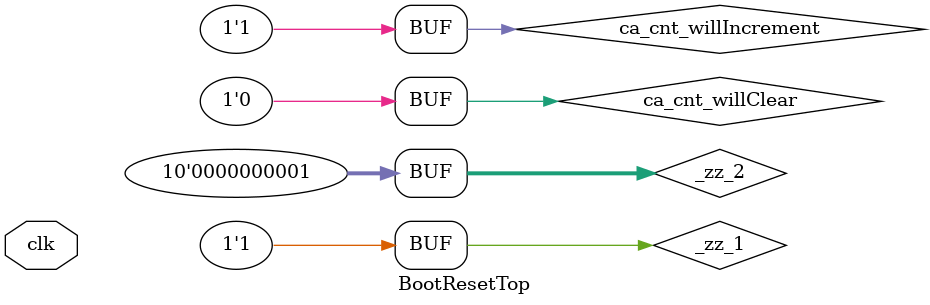
<source format=v>



module BootResetTop (
  input               clk
);
  wire       [0:0]    _zz_1;
  wire       [9:0]    _zz_2;
  /* verilator lint_off UNUSED */
  wire                reset;
  /* verilator lint_off UNUSED */
  wire                ca_cnt_willIncrement;
  wire                ca_cnt_willClear;
  reg        [9:0]    ca_cnt_valueNext;
  reg        [9:0]    ca_cnt_value = 10'h0;
  wire                ca_cnt_willOverflowIfInc;
  wire                ca_cnt_willOverflow;

  assign _zz_1 = ca_cnt_willIncrement;
  assign _zz_2 = {9'd0, _zz_1};
  assign ca_cnt_willClear = 1'b0;
  assign ca_cnt_willOverflowIfInc = (ca_cnt_value == 10'h299);
  assign ca_cnt_willOverflow = (ca_cnt_willOverflowIfInc && ca_cnt_willIncrement);
  always @ (*) begin
    if(ca_cnt_willOverflow)begin
      ca_cnt_valueNext = 10'h0;
    end else begin
      ca_cnt_valueNext = (ca_cnt_value + _zz_2);
    end
    if(ca_cnt_willClear)begin
      ca_cnt_valueNext = 10'h0;
    end
  end

  assign ca_cnt_willIncrement = 1'b1;
  always @ (posedge clk) begin
    ca_cnt_value <= ca_cnt_valueNext;
  end


endmodule

</source>
